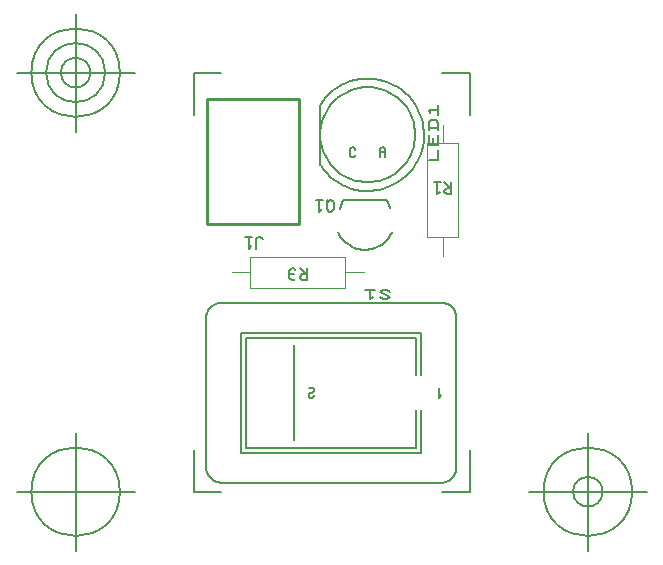
<source format=gbr>
G04 Generated by Ultiboard 14.2 *
%FSLAX34Y34*%
%MOMM*%

%ADD10C,0.0001*%
%ADD11C,0.2032*%
%ADD12C,0.1552*%
%ADD13C,0.2000*%
%ADD14C,0.1000*%
%ADD15C,0.1556*%
%ADD16C,0.2540*%
%ADD17C,0.1270*%


G04 ColorRGB FFFF00 for the following layer *
%LNSilkscreen Top*%
%LPD*%
G54D10*
G54D11*
X196336Y928511D02*
X203895Y928511D01*
X203895Y936978D01*
X203895Y949678D02*
X203895Y941211D01*
X200116Y941211D01*
X196336Y941211D01*
X196336Y949678D01*
X200116Y941211D02*
X200116Y946856D01*
X203895Y953911D02*
X203895Y959556D01*
X202384Y962378D01*
X197848Y962378D01*
X196336Y959556D01*
X196336Y953911D01*
X196336Y955322D02*
X203895Y955322D01*
X197848Y968022D02*
X196336Y970844D01*
X203895Y970844D01*
X203895Y966611D02*
X203895Y975078D01*
X104838Y924022D02*
X107251Y920639D01*
X109949Y917480D01*
X112913Y914568D01*
X116119Y911925D01*
X119543Y909572D01*
X123159Y907526D01*
X126939Y905803D01*
X130856Y904416D01*
X134878Y903376D01*
X138976Y902690D01*
X143118Y902364D01*
X147272Y902400D01*
X151408Y902798D01*
X155493Y903556D01*
X159497Y904666D01*
X163389Y906121D01*
X167139Y907910D01*
X170718Y910018D01*
X174101Y912431D01*
X177260Y915129D01*
X180172Y918093D01*
X182815Y921299D01*
X185168Y924723D01*
X187214Y928339D01*
X188937Y932119D01*
X190324Y936036D01*
X191364Y940058D01*
X192050Y944156D01*
X192376Y948298D01*
X192340Y952452D01*
X191942Y956588D01*
X191184Y960673D01*
X190074Y964677D01*
X188619Y968569D01*
X186830Y972319D01*
X184722Y975898D01*
X182309Y979281D01*
X179611Y982440D01*
X176647Y985352D01*
X173441Y987995D01*
X170017Y990348D01*
X166401Y992394D01*
X162621Y994117D01*
X158704Y995504D01*
X154682Y996544D01*
X150584Y997230D01*
X146442Y997556D01*
X142288Y997520D01*
X138152Y997122D01*
X134067Y996364D01*
X130063Y995254D01*
X126171Y993799D01*
X122421Y992010D01*
X118842Y989902D01*
X115459Y987489D01*
X112300Y984791D01*
X109388Y981827D01*
X106745Y978621D01*
X104838Y975898D01*
X184997Y949960D02*
X184844Y953465D01*
X184386Y956944D01*
X183626Y960369D01*
X182571Y963715D01*
X181229Y966956D01*
X179609Y970068D01*
X177724Y973027D01*
X175588Y975811D01*
X173217Y978397D01*
X170631Y980768D01*
X167847Y982904D01*
X164888Y984789D01*
X161776Y986409D01*
X158535Y987751D01*
X155189Y988806D01*
X151764Y989566D01*
X148285Y990024D01*
X144780Y990177D01*
X141275Y990024D01*
X137796Y989566D01*
X134371Y988806D01*
X131025Y987751D01*
X127784Y986409D01*
X124672Y984789D01*
X121713Y982904D01*
X118929Y980768D01*
X116343Y978397D01*
X113972Y975811D01*
X111836Y973027D01*
X109951Y970068D01*
X108331Y966956D01*
X106989Y963715D01*
X105934Y960369D01*
X105174Y956944D01*
X104716Y953465D01*
X104563Y949960D01*
X104716Y946455D01*
X105174Y942976D01*
X105934Y939551D01*
X106989Y936205D01*
X108331Y932964D01*
X109951Y929852D01*
X111836Y926893D01*
X113972Y924109D01*
X116343Y921523D01*
X118929Y919152D01*
X121713Y917016D01*
X124672Y915131D01*
X127784Y913511D01*
X131025Y912169D01*
X134371Y911114D01*
X137796Y910354D01*
X141275Y909896D01*
X144780Y909743D01*
X148285Y909896D01*
X151764Y910354D01*
X155189Y911114D01*
X158535Y912169D01*
X161776Y913511D01*
X164888Y915131D01*
X167847Y917016D01*
X170631Y919152D01*
X173217Y921523D01*
X175588Y924109D01*
X177724Y926893D01*
X179609Y929852D01*
X181229Y932964D01*
X182571Y936205D01*
X183626Y939551D01*
X184386Y942976D01*
X184844Y946455D01*
X184997Y949960D01*
X184997Y949960D01*
X155363Y930910D02*
X155363Y937260D01*
X159597Y937260D02*
X159589Y937444D01*
X159565Y937628D01*
X159525Y937808D01*
X159469Y937984D01*
X159398Y938155D01*
X159313Y938318D01*
X159214Y938474D01*
X159101Y938621D01*
X158977Y938757D01*
X158841Y938881D01*
X158694Y938994D01*
X158538Y939093D01*
X158375Y939178D01*
X158204Y939249D01*
X158028Y939305D01*
X157848Y939345D01*
X157664Y939369D01*
X157480Y939377D01*
X157296Y939369D01*
X157112Y939345D01*
X156932Y939305D01*
X156756Y939249D01*
X156585Y939178D01*
X156422Y939093D01*
X156266Y938994D01*
X156119Y938881D01*
X155983Y938757D01*
X155859Y938621D01*
X155746Y938474D01*
X155647Y938318D01*
X155562Y938155D01*
X155491Y937984D01*
X155435Y937808D01*
X155395Y937628D01*
X155371Y937444D01*
X155363Y937260D01*
X155363Y935143D02*
X159597Y935143D01*
X104563Y975360D02*
X104563Y924560D01*
X129963Y933027D02*
X129971Y932843D01*
X129995Y932659D01*
X130035Y932479D01*
X130091Y932303D01*
X130162Y932132D01*
X130247Y931969D01*
X130346Y931813D01*
X130459Y931666D01*
X130583Y931530D01*
X130719Y931406D01*
X130866Y931293D01*
X131022Y931194D01*
X131185Y931109D01*
X131356Y931038D01*
X131532Y930982D01*
X131712Y930942D01*
X131896Y930918D01*
X132080Y930910D01*
X132264Y930918D01*
X132448Y930942D01*
X132628Y930982D01*
X132804Y931038D01*
X132975Y931109D01*
X133138Y931194D01*
X133294Y931293D01*
X133441Y931406D01*
X133577Y931530D01*
X133701Y931666D01*
X133814Y931813D01*
X133913Y931969D01*
X133998Y932132D01*
X134069Y932303D01*
X134125Y932479D01*
X134165Y932659D01*
X134189Y932843D01*
X134197Y933027D01*
X134197Y933027D01*
X134197Y937260D02*
X134189Y937444D01*
X134165Y937628D01*
X134125Y937808D01*
X134069Y937984D01*
X133998Y938155D01*
X133913Y938318D01*
X133814Y938474D01*
X133701Y938621D01*
X133577Y938757D01*
X133441Y938881D01*
X133294Y938994D01*
X133138Y939093D01*
X132975Y939178D01*
X132804Y939249D01*
X132628Y939305D01*
X132448Y939345D01*
X132264Y939369D01*
X132080Y939377D01*
X131896Y939369D01*
X131712Y939345D01*
X131532Y939305D01*
X131356Y939249D01*
X131185Y939178D01*
X131022Y939093D01*
X130866Y938994D01*
X130719Y938881D01*
X130583Y938757D01*
X130459Y938621D01*
X130346Y938474D01*
X130247Y938318D01*
X130162Y938155D01*
X130091Y937984D01*
X130035Y937808D01*
X129995Y937628D01*
X129971Y937444D01*
X129963Y937260D01*
X129963Y933027D02*
X129963Y937260D01*
X159597Y930910D02*
X159597Y937260D01*
X163689Y817064D02*
X160867Y818575D01*
X158044Y818575D01*
X155222Y817064D01*
X163689Y812528D01*
X160867Y811016D01*
X158044Y811016D01*
X155222Y812528D01*
X149578Y812528D02*
X146756Y811016D01*
X146756Y818575D01*
X150989Y818575D02*
X142522Y818575D01*
X20743Y807720D02*
X207010Y807720D01*
X207010Y655320D02*
X20743Y655320D01*
X37677Y782320D02*
X190077Y782320D01*
X190077Y680720D02*
X37677Y680720D01*
X41910Y778087D02*
X185843Y778087D01*
X185843Y684953D02*
X41910Y684953D01*
X219710Y668020D02*
X219710Y795020D01*
X190077Y782320D02*
X190077Y746337D01*
X185843Y778087D02*
X185843Y746337D01*
X219710Y795020D02*
X219662Y796127D01*
X219517Y797225D01*
X219277Y798307D01*
X218944Y799364D01*
X218520Y800387D01*
X218009Y801370D01*
X217413Y802304D01*
X216739Y803183D01*
X215990Y804000D01*
X215173Y804749D01*
X214294Y805423D01*
X213360Y806019D01*
X212377Y806530D01*
X211354Y806954D01*
X210297Y807287D01*
X209215Y807527D01*
X208117Y807672D01*
X207010Y807720D01*
X207010Y807720D01*
X190077Y716703D02*
X190077Y680720D01*
X185843Y716703D02*
X185843Y684953D01*
X204893Y735753D02*
X204893Y727287D01*
X207010Y729403D01*
X207010Y655320D02*
X208117Y655368D01*
X209215Y655513D01*
X210297Y655753D01*
X211354Y656086D01*
X212377Y656510D01*
X213360Y657021D01*
X214294Y657617D01*
X215173Y658291D01*
X215990Y659040D01*
X216739Y659857D01*
X217413Y660736D01*
X218009Y661670D01*
X218520Y662653D01*
X218944Y663676D01*
X219277Y664733D01*
X219517Y665815D01*
X219662Y666913D01*
X219710Y668020D01*
X219710Y668020D01*
X82127Y691303D02*
X82127Y771737D01*
X37677Y680720D02*
X37677Y782320D01*
X41910Y684953D02*
X41910Y778087D01*
X8043Y668020D02*
X8043Y795020D01*
X20743Y807720D02*
X19636Y807672D01*
X18538Y807527D01*
X17456Y807287D01*
X16399Y806954D01*
X15376Y806530D01*
X14393Y806019D01*
X13459Y805423D01*
X12580Y804749D01*
X11763Y804000D01*
X11014Y803183D01*
X10340Y802304D01*
X9744Y801370D01*
X9233Y800387D01*
X8809Y799364D01*
X8476Y798307D01*
X8236Y797225D01*
X8091Y796127D01*
X8043Y795020D01*
X8043Y795020D01*
X94827Y735753D02*
X99060Y735753D01*
X96943Y731520D02*
X96759Y731512D01*
X96575Y731488D01*
X96395Y731448D01*
X96219Y731392D01*
X96048Y731321D01*
X95885Y731236D01*
X95729Y731137D01*
X95582Y731024D01*
X95446Y730900D01*
X95322Y730764D01*
X95209Y730617D01*
X95110Y730461D01*
X95025Y730298D01*
X94954Y730127D01*
X94898Y729951D01*
X94858Y729771D01*
X94834Y729587D01*
X94826Y729403D01*
X94834Y729219D01*
X94858Y729035D01*
X94898Y728855D01*
X94954Y728679D01*
X95025Y728508D01*
X95110Y728345D01*
X95209Y728189D01*
X95322Y728042D01*
X95446Y727906D01*
X95582Y727782D01*
X95729Y727669D01*
X95885Y727570D01*
X96048Y727485D01*
X96219Y727414D01*
X96395Y727358D01*
X96575Y727318D01*
X96759Y727294D01*
X96943Y727286D01*
X97127Y727294D01*
X97311Y727318D01*
X97491Y727358D01*
X97667Y727414D01*
X97838Y727485D01*
X98001Y727570D01*
X98157Y727669D01*
X98304Y727782D01*
X98440Y727906D01*
X98564Y728042D01*
X98677Y728189D01*
X98776Y728345D01*
X98861Y728508D01*
X98932Y728679D01*
X98988Y728855D01*
X99028Y729035D01*
X99052Y729219D01*
X99060Y729403D01*
X96943Y731520D02*
X97127Y731528D01*
X97311Y731552D01*
X97491Y731592D01*
X97667Y731648D01*
X97838Y731719D01*
X98001Y731804D01*
X98157Y731903D01*
X98304Y732016D01*
X98440Y732140D01*
X98564Y732276D01*
X98677Y732423D01*
X98776Y732579D01*
X98861Y732742D01*
X98932Y732913D01*
X98988Y733089D01*
X99028Y733269D01*
X99052Y733453D01*
X99060Y733637D01*
X99060Y735753D02*
X99060Y733637D01*
X8043Y668020D02*
X8091Y666913D01*
X8236Y665815D01*
X8476Y664733D01*
X8809Y663676D01*
X9233Y662653D01*
X9744Y661670D01*
X10340Y660736D01*
X11014Y659857D01*
X11763Y659040D01*
X12580Y658291D01*
X13459Y657617D01*
X14393Y657021D01*
X15376Y656510D01*
X16399Y656086D01*
X17456Y655753D01*
X18538Y655513D01*
X19636Y655368D01*
X20743Y655320D01*
X160731Y894549D02*
X123717Y894549D01*
X119490Y867555D02*
X120465Y865588D01*
X121608Y863714D01*
X122910Y861946D01*
X124360Y860299D01*
X125949Y858784D01*
X127664Y857413D01*
X129492Y856198D01*
X131419Y855146D01*
X133430Y854266D01*
X135510Y853565D01*
X137644Y853047D01*
X139814Y852718D01*
X142005Y852579D01*
X144199Y852631D01*
X146381Y852875D01*
X148533Y853308D01*
X150639Y853926D01*
X152684Y854726D01*
X154651Y855701D01*
X156525Y856844D01*
X158292Y858146D01*
X159940Y859597D01*
X161455Y861186D01*
X162825Y862901D01*
X164041Y864728D01*
X165093Y866655D01*
X165490Y867505D01*
X215624Y909580D02*
X215624Y899580D01*
X211642Y899580D01*
X209651Y901580D01*
X209651Y902580D01*
X211642Y904580D01*
X215624Y904580D01*
X214629Y904580D02*
X209651Y909580D01*
X205669Y901580D02*
X203678Y899580D01*
X203678Y909580D01*
X206664Y909580D02*
X200691Y909580D01*
X93284Y836800D02*
X93284Y826800D01*
X89302Y826800D01*
X87311Y828800D01*
X87311Y829800D01*
X89302Y831800D01*
X93284Y831800D01*
X92289Y831800D02*
X87311Y836800D01*
X83329Y827800D02*
X82333Y826800D01*
X80342Y826800D01*
X78351Y828800D01*
X78351Y830800D01*
X79347Y831800D01*
X78351Y832800D01*
X78351Y834800D01*
X80342Y836800D01*
X82333Y836800D01*
X83329Y835800D01*
X82333Y831800D02*
X79347Y831800D01*
G54D12*
X115847Y892901D02*
X113860Y894896D01*
X111873Y894896D01*
X109886Y892901D01*
X109886Y886914D01*
X111873Y884918D01*
X113860Y884918D01*
X115847Y886914D01*
X115847Y892901D01*
X111873Y892901D02*
X109886Y894896D01*
X105912Y886914D02*
X103926Y884918D01*
X103926Y894896D01*
X106906Y894896D02*
X100945Y894896D01*
G54D13*
X160874Y894599D02*
X163490Y887505D01*
X123674Y894549D02*
X121190Y887355D01*
G54D14*
X195380Y863120D02*
X220880Y863120D01*
X220880Y943120D01*
X195380Y943120D01*
X195380Y863120D01*
X208280Y847120D02*
X208280Y863120D01*
X208280Y943120D02*
X208280Y958120D01*
X125240Y820520D02*
X45240Y820520D01*
X45240Y846020D01*
X125240Y846020D01*
X125240Y820520D01*
X141240Y833420D02*
X125240Y833420D01*
X45240Y833420D02*
X30240Y833420D01*
G54D15*
X55944Y861540D02*
X53953Y863540D01*
X51962Y863540D01*
X49971Y861540D01*
X49971Y853540D01*
X45989Y855540D02*
X43998Y853540D01*
X43998Y863540D01*
X46984Y863540D02*
X41011Y863540D01*
G54D16*
X8980Y980540D02*
X86980Y980540D01*
X86980Y874540D01*
X8980Y874540D01*
X8980Y980540D01*
G54D17*
X-2540Y647700D02*
X-2540Y683184D01*
X-2540Y647700D02*
X20828Y647700D01*
X231140Y647700D02*
X207772Y647700D01*
X231140Y647700D02*
X231140Y683184D01*
X231140Y1002540D02*
X231140Y967056D01*
X231140Y1002540D02*
X207772Y1002540D01*
X-2540Y1002540D02*
X20828Y1002540D01*
X-2540Y1002540D02*
X-2540Y967056D01*
X-52540Y647700D02*
X-152540Y647700D01*
X-102540Y597700D02*
X-102540Y697700D01*
X-140040Y647700D02*
G75*
D01*
G02X-140040Y647700I37500J0*
G01*
X281140Y647700D02*
X381140Y647700D01*
X331140Y597700D02*
X331140Y697700D01*
X293640Y647700D02*
G75*
D01*
G02X293640Y647700I37500J0*
G01*
X318640Y647700D02*
G75*
D01*
G02X318640Y647700I12500J0*
G01*
X-52540Y1002540D02*
X-152540Y1002540D01*
X-102540Y952540D02*
X-102540Y1052540D01*
X-140040Y1002540D02*
G75*
D01*
G02X-140040Y1002540I37500J0*
G01*
X-127540Y1002540D02*
G75*
D01*
G02X-127540Y1002540I25000J0*
G01*
X-115040Y1002540D02*
G75*
D01*
G02X-115040Y1002540I12500J0*
G01*

M02*

</source>
